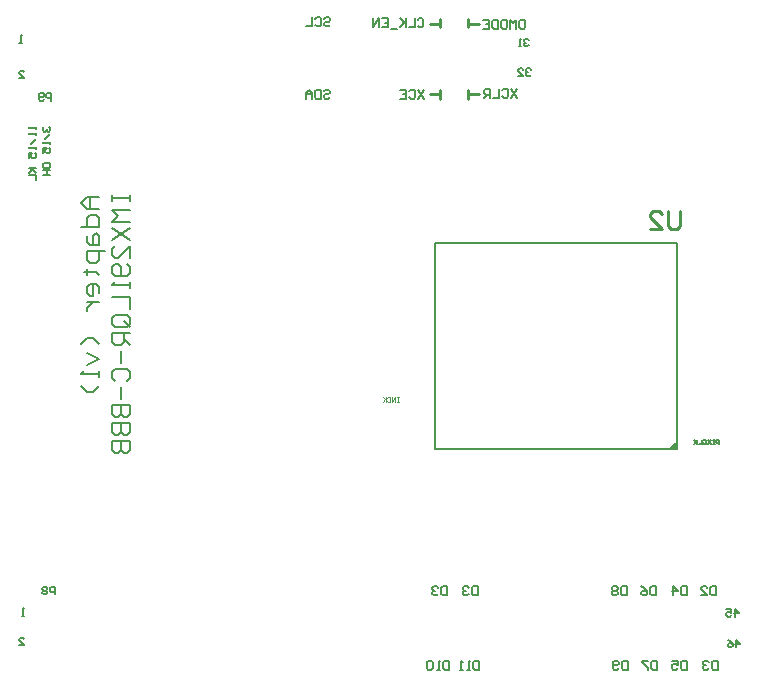
<source format=gbo>
G04 Layer_Color=32896*
%FSLAX25Y25*%
%MOIN*%
G70*
G01*
G75*
%ADD21C,0.01000*%
%ADD23C,0.00500*%
%ADD82C,0.00787*%
%ADD84C,0.00800*%
%ADD103C,0.00400*%
G36*
X221332Y76551D02*
X219243D01*
X221332Y78641D01*
Y76551D01*
D02*
G37*
D21*
X138763Y194637D02*
X142306D01*
Y193062D02*
Y195818D01*
X151695Y194637D02*
X155238D01*
X151695Y193062D02*
Y195818D01*
Y216776D02*
Y219532D01*
Y217957D02*
X155238D01*
X138763D02*
X142306D01*
Y216776D02*
Y219532D01*
X222385Y155695D02*
Y150697D01*
X221386Y149697D01*
X219386D01*
X218387Y150697D01*
Y155695D01*
X212388Y149697D02*
X216387D01*
X212388Y153696D01*
Y154695D01*
X213388Y155695D01*
X215387D01*
X216387Y154695D01*
D23*
X103506Y195408D02*
X104005Y195908D01*
X105005D01*
X105505Y195408D01*
Y194908D01*
X105005Y194408D01*
X104005D01*
X103506Y193908D01*
Y193409D01*
X104005Y192909D01*
X105005D01*
X105505Y193409D01*
X102506Y195908D02*
Y192909D01*
X101006D01*
X100506Y193409D01*
Y195408D01*
X101006Y195908D01*
X102506D01*
X99507Y192909D02*
Y194908D01*
X98507Y195908D01*
X97507Y194908D01*
Y192909D01*
Y194408D01*
X99507D01*
X137020Y193053D02*
X135020Y196052D01*
Y193053D02*
X137020Y196052D01*
X132021Y193553D02*
X132521Y193053D01*
X133521D01*
X134021Y193553D01*
Y195552D01*
X133521Y196052D01*
X132521D01*
X132021Y195552D01*
X129022Y193053D02*
X131022D01*
Y196052D01*
X129022D01*
X131022Y194552D02*
X130022D01*
X168038Y196239D02*
X166039Y193239D01*
Y196239D02*
X168038Y193239D01*
X163040Y195739D02*
X163540Y196239D01*
X164540D01*
X165040Y195739D01*
Y193739D01*
X164540Y193239D01*
X163540D01*
X163040Y193739D01*
X162040Y196239D02*
Y193239D01*
X160041D01*
X159041D02*
Y196239D01*
X157542D01*
X157042Y195739D01*
Y194739D01*
X157542Y194239D01*
X159041D01*
X158042D02*
X157042Y193239D01*
X234372Y30405D02*
Y27406D01*
X232872D01*
X232372Y27905D01*
Y29905D01*
X232872Y30405D01*
X234372D01*
X229373Y27406D02*
X231373D01*
X229373Y29405D01*
Y29905D01*
X229873Y30405D01*
X230873D01*
X231373Y29905D01*
X224529Y30405D02*
Y27406D01*
X223030D01*
X222530Y27905D01*
Y29905D01*
X223030Y30405D01*
X224529D01*
X220031Y27406D02*
Y30405D01*
X221530Y28905D01*
X219531D01*
X214293Y30405D02*
Y27406D01*
X212793D01*
X212294Y27905D01*
Y29905D01*
X212793Y30405D01*
X214293D01*
X209295D02*
X210294Y29905D01*
X211294Y28905D01*
Y27905D01*
X210794Y27406D01*
X209794D01*
X209295Y27905D01*
Y28405D01*
X209794Y28905D01*
X211294D01*
X204450Y30405D02*
Y27406D01*
X202951D01*
X202451Y27905D01*
Y29905D01*
X202951Y30405D01*
X204450D01*
X201451Y29905D02*
X200952Y30405D01*
X199952D01*
X199452Y29905D01*
Y29405D01*
X199952Y28905D01*
X199452Y28405D01*
Y27905D01*
X199952Y27406D01*
X200952D01*
X201451Y27905D01*
Y28405D01*
X200952Y28905D01*
X201451Y29405D01*
Y29905D01*
X200952Y28905D02*
X199952D01*
X234766Y5602D02*
Y2602D01*
X233266D01*
X232766Y3102D01*
Y5102D01*
X233266Y5602D01*
X234766D01*
X231766Y5102D02*
X231267Y5602D01*
X230267D01*
X229767Y5102D01*
Y4602D01*
X230267Y4102D01*
X230767D01*
X230267D01*
X229767Y3602D01*
Y3102D01*
X230267Y2602D01*
X231267D01*
X231766Y3102D01*
X154844Y30405D02*
Y27406D01*
X153345D01*
X152845Y27905D01*
Y29905D01*
X153345Y30405D01*
X154844D01*
X151845Y29905D02*
X151345Y30405D01*
X150346D01*
X149846Y29905D01*
Y29405D01*
X150346Y28905D01*
X150846D01*
X150346D01*
X149846Y28405D01*
Y27905D01*
X150346Y27406D01*
X151345D01*
X151845Y27905D01*
X144608Y30405D02*
Y27406D01*
X143108D01*
X142609Y27905D01*
Y29905D01*
X143108Y30405D01*
X144608D01*
X141609Y29905D02*
X141109Y30405D01*
X140109D01*
X139610Y29905D01*
Y29405D01*
X140109Y28905D01*
X140609D01*
X140109D01*
X139610Y28405D01*
Y27905D01*
X140109Y27406D01*
X141109D01*
X141609Y27905D01*
X155238Y5602D02*
Y2602D01*
X153738D01*
X153239Y3102D01*
Y5102D01*
X153738Y5602D01*
X155238D01*
X152239Y2602D02*
X151239D01*
X151739D01*
Y5602D01*
X152239Y5102D01*
X149740Y2602D02*
X148740D01*
X149240D01*
Y5602D01*
X149740Y5102D01*
X145395Y5602D02*
Y2602D01*
X143896D01*
X143396Y3102D01*
Y5102D01*
X143896Y5602D01*
X145395D01*
X142396Y2602D02*
X141397D01*
X141896D01*
Y5602D01*
X142396Y5102D01*
X139897D02*
X139397Y5602D01*
X138398D01*
X137898Y5102D01*
Y3102D01*
X138398Y2602D01*
X139397D01*
X139897Y3102D01*
Y5102D01*
X235236Y77835D02*
Y79334D01*
X234487D01*
X234237Y79084D01*
Y78584D01*
X234487Y78334D01*
X235236D01*
X233737Y79334D02*
X233237D01*
X233487D01*
Y77835D01*
X233737D01*
X233237D01*
X232487Y79334D02*
X231487Y77835D01*
Y79334D02*
X232487Y77835D01*
X229988Y79084D02*
X230238Y79334D01*
X230738D01*
X230988Y79084D01*
Y78085D01*
X230738Y77835D01*
X230238D01*
X229988Y78085D01*
X229488Y79334D02*
Y77835D01*
X228488D01*
X227989Y79334D02*
Y77835D01*
Y78334D01*
X226989Y79334D01*
X227739Y78584D01*
X226989Y77835D01*
X103632Y219669D02*
X104132Y220168D01*
X105132D01*
X105632Y219669D01*
Y219169D01*
X105132Y218669D01*
X104132D01*
X103632Y218169D01*
Y217669D01*
X104132Y217169D01*
X105132D01*
X105632Y217669D01*
X100633Y219669D02*
X101133Y220168D01*
X102133D01*
X102633Y219669D01*
Y217669D01*
X102133Y217169D01*
X101133D01*
X100633Y217669D01*
X99634Y220168D02*
Y217169D01*
X97634D01*
X134735Y219275D02*
X135234Y219775D01*
X136234D01*
X136734Y219275D01*
Y217276D01*
X136234Y216776D01*
X135234D01*
X134735Y217276D01*
X133735Y219775D02*
Y216776D01*
X131736D01*
X130736Y219775D02*
Y216776D01*
Y217775D01*
X128737Y219775D01*
X130236Y218275D01*
X128737Y216776D01*
X127737Y216276D02*
X125738D01*
X122739Y219775D02*
X124738D01*
Y216776D01*
X122739D01*
X124738Y218275D02*
X123738D01*
X121739Y216776D02*
Y219775D01*
X119739Y216776D01*
Y219775D01*
X169093Y219381D02*
X170092D01*
X170592Y218881D01*
Y216882D01*
X170092Y216382D01*
X169093D01*
X168593Y216882D01*
Y218881D01*
X169093Y219381D01*
X167593Y216382D02*
Y219381D01*
X166594Y218381D01*
X165594Y219381D01*
Y216382D01*
X163095Y219381D02*
X164094D01*
X164594Y218881D01*
Y216882D01*
X164094Y216382D01*
X163095D01*
X162595Y216882D01*
Y218881D01*
X163095Y219381D01*
X161595D02*
Y216382D01*
X160096D01*
X159596Y216882D01*
Y218881D01*
X160096Y219381D01*
X161595D01*
X156597D02*
X158596D01*
Y216382D01*
X156597D01*
X158596Y217882D02*
X157597D01*
X224529Y5602D02*
Y2602D01*
X223030D01*
X222530Y3102D01*
Y5102D01*
X223030Y5602D01*
X224529D01*
X219531D02*
X221530D01*
Y4102D01*
X220531Y4602D01*
X220031D01*
X219531Y4102D01*
Y3102D01*
X220031Y2602D01*
X221030D01*
X221530Y3102D01*
X214687Y5602D02*
Y2602D01*
X213187D01*
X212687Y3102D01*
Y5102D01*
X213187Y5602D01*
X214687D01*
X211688D02*
X209688D01*
Y5102D01*
X211688Y3102D01*
Y2602D01*
X204844Y5602D02*
Y2602D01*
X203345D01*
X202845Y3102D01*
Y5102D01*
X203345Y5602D01*
X204844D01*
X201845Y3102D02*
X201345Y2602D01*
X200346D01*
X199846Y3102D01*
Y5102D01*
X200346Y5602D01*
X201345D01*
X201845Y5102D01*
Y4602D01*
X201345Y4102D01*
X199846D01*
D82*
X221087Y76151D02*
Y144951D01*
X218820Y76244D02*
X220910Y78334D01*
X140487Y144951D02*
X221087D01*
X140487Y76151D02*
X221087D01*
X140487D02*
Y144951D01*
D84*
X13899Y27799D02*
Y30299D01*
X12650D01*
X12233Y29882D01*
Y29049D01*
X12650Y28632D01*
X13899D01*
X11400Y29882D02*
X10984Y30299D01*
X10150D01*
X9734Y29882D01*
Y29465D01*
X10150Y29049D01*
X9734Y28632D01*
Y28216D01*
X10150Y27799D01*
X10984D01*
X11400Y28216D01*
Y28632D01*
X10984Y29049D01*
X11400Y29465D01*
Y29882D01*
X10984Y29049D02*
X10150D01*
X12718Y192366D02*
Y194866D01*
X11469D01*
X11052Y194449D01*
Y193616D01*
X11469Y193199D01*
X12718D01*
X10219Y192783D02*
X9803Y192366D01*
X8969D01*
X8553Y192783D01*
Y194449D01*
X8969Y194866D01*
X9803D01*
X10219Y194449D01*
Y194032D01*
X9803Y193616D01*
X8553D01*
X3728Y20713D02*
X2895D01*
X3312D01*
Y23212D01*
X3728Y22795D01*
X7600Y183705D02*
Y182872D01*
Y183288D01*
X5101D01*
X5517Y183705D01*
X7600Y181622D02*
Y180789D01*
Y181206D01*
X5101D01*
X5517Y181622D01*
X7600Y179540D02*
X5934Y177873D01*
X7600Y177040D02*
Y176207D01*
Y176624D01*
X5101D01*
X5517Y177040D01*
X5101Y173292D02*
Y174958D01*
X6351D01*
X5934Y174125D01*
Y173708D01*
X6351Y173292D01*
X7184D01*
X7600Y173708D01*
Y174541D01*
X7184Y174958D01*
X5101Y169959D02*
X7600D01*
X6767D01*
X5101Y168293D01*
X6351Y169543D01*
X7600Y168293D01*
X5101Y167460D02*
X7600D01*
Y165794D01*
X1997Y10903D02*
X3663Y10870D01*
X2030Y12569D01*
X2039Y12986D01*
X2463Y13394D01*
X3296Y13377D01*
X3704Y12953D01*
X10242Y183705D02*
X9825Y183288D01*
Y182455D01*
X10242Y182039D01*
X10658D01*
X11075Y182455D01*
Y182872D01*
Y182455D01*
X11491Y182039D01*
X11908D01*
X12325Y182455D01*
Y183288D01*
X11908Y183705D01*
X12325Y181206D02*
X10658Y179540D01*
X12325Y178707D02*
Y177873D01*
Y178290D01*
X9825D01*
X10242Y178707D01*
X9825Y174958D02*
Y176624D01*
X11075D01*
X10658Y175791D01*
Y175374D01*
X11075Y174958D01*
X11908D01*
X12325Y175374D01*
Y176207D01*
X11908Y176624D01*
X9825Y170376D02*
Y171209D01*
X10242Y171625D01*
X11908D01*
X12325Y171209D01*
Y170376D01*
X11908Y169959D01*
X10242D01*
X9825Y170376D01*
Y169126D02*
X12325D01*
X11075D01*
Y167460D01*
X9825D01*
X12325D01*
X28425Y160276D02*
X24427D01*
X22427Y158276D01*
X24427Y156277D01*
X28425D01*
X25426D01*
Y160276D01*
X22427Y150279D02*
X28425D01*
Y153278D01*
X27426Y154278D01*
X25426D01*
X24427Y153278D01*
Y150279D01*
Y147280D02*
Y145280D01*
X25426Y144281D01*
X28425D01*
Y147280D01*
X27426Y148280D01*
X26426Y147280D01*
Y144281D01*
X30424Y142281D02*
X24427D01*
Y139282D01*
X25426Y138283D01*
X27426D01*
X28425Y139282D01*
Y142281D01*
X23427Y135284D02*
X24427D01*
Y136283D01*
Y134284D01*
Y135284D01*
X27426D01*
X28425Y134284D01*
Y128286D02*
Y130285D01*
X27426Y131285D01*
X25426D01*
X24427Y130285D01*
Y128286D01*
X25426Y127286D01*
X26426D01*
Y131285D01*
X24427Y125287D02*
X28425D01*
X26426D01*
X25426Y124287D01*
X24427Y123288D01*
Y122288D01*
X28425Y111291D02*
X26426Y113291D01*
X24427D01*
X22427Y111291D01*
X24427Y108292D02*
X28425Y106293D01*
X24427Y104294D01*
X28425Y102294D02*
Y100295D01*
Y101295D01*
X22427D01*
X23427Y102294D01*
X28425Y97296D02*
X26426Y95297D01*
X24427D01*
X22427Y97296D01*
X32828Y160914D02*
Y158914D01*
Y159914D01*
X38826D01*
Y160914D01*
Y158914D01*
Y155915D02*
X32828D01*
X34827Y153916D01*
X32828Y151917D01*
X38826D01*
X32828Y149917D02*
X38826Y145918D01*
X32828D02*
X38826Y149917D01*
Y139920D02*
Y143919D01*
X34827Y139920D01*
X33828D01*
X32828Y140920D01*
Y142919D01*
X33828Y143919D01*
X37826Y137921D02*
X38826Y136921D01*
Y134922D01*
X37826Y133922D01*
X33828D01*
X32828Y134922D01*
Y136921D01*
X33828Y137921D01*
X34827D01*
X35827Y136921D01*
Y133922D01*
X38826Y131923D02*
Y129924D01*
Y130923D01*
X32828D01*
X33828Y131923D01*
X32828Y126925D02*
X38826D01*
Y122926D01*
X37826Y116928D02*
X33828D01*
X32828Y117928D01*
Y119927D01*
X33828Y120926D01*
X37826D01*
X38826Y119927D01*
Y117928D01*
X36827Y118927D02*
X38826Y116928D01*
Y117928D02*
X37826Y116928D01*
X38826Y114928D02*
X32828D01*
Y111929D01*
X33828Y110930D01*
X35827D01*
X36827Y111929D01*
Y114928D01*
Y112929D02*
X38826Y110930D01*
X35827Y108930D02*
Y104932D01*
X33828Y98934D02*
X32828Y99933D01*
Y101933D01*
X33828Y102932D01*
X37826D01*
X38826Y101933D01*
Y99933D01*
X37826Y98934D01*
X35827Y96934D02*
Y92936D01*
X32828Y90936D02*
X38826D01*
Y87937D01*
X37826Y86937D01*
X36827D01*
X35827Y87937D01*
Y90936D01*
Y87937D01*
X34827Y86937D01*
X33828D01*
X32828Y87937D01*
Y90936D01*
Y84938D02*
X38826D01*
Y81939D01*
X37826Y80939D01*
X36827D01*
X35827Y81939D01*
Y84938D01*
Y81939D01*
X34827Y80939D01*
X33828D01*
X32828Y81939D01*
Y84938D01*
Y78940D02*
X38826D01*
Y75941D01*
X37826Y74941D01*
X36827D01*
X35827Y75941D01*
Y78940D01*
Y75941D01*
X34827Y74941D01*
X33828D01*
X32828Y75941D01*
Y78940D01*
X240996Y10108D02*
X241046Y12606D01*
X242270Y11332D01*
X240605Y11365D01*
X238131Y12664D02*
X238955Y12231D01*
X239772Y11382D01*
X239755Y10549D01*
X239331Y10141D01*
X238498Y10157D01*
X238089Y10582D01*
X238098Y10998D01*
X238523Y11406D01*
X239772Y11382D01*
X240602Y20319D02*
Y22818D01*
X241852Y21569D01*
X240186D01*
X237687Y22818D02*
X239353D01*
Y21569D01*
X238520Y21985D01*
X238103D01*
X237687Y21569D01*
Y20736D01*
X238103Y20319D01*
X238936D01*
X239353Y20736D01*
X172561Y202717D02*
X172144Y203133D01*
X171311D01*
X170895Y202717D01*
Y202300D01*
X171311Y201884D01*
X171728D01*
X171311D01*
X170895Y201467D01*
Y201050D01*
X171311Y200634D01*
X172144D01*
X172561Y201050D01*
X168395Y200634D02*
X170062D01*
X168395Y202300D01*
Y202717D01*
X168812Y203133D01*
X169645D01*
X170062Y202717D01*
X171773Y212559D02*
X171357Y212976D01*
X170524D01*
X170107Y212559D01*
Y212143D01*
X170524Y211726D01*
X170940D01*
X170524D01*
X170107Y211310D01*
Y210893D01*
X170524Y210476D01*
X171357D01*
X171773Y210893D01*
X169274Y210476D02*
X168441D01*
X168858D01*
Y212976D01*
X169274Y212559D01*
X2876Y211658D02*
X2043D01*
X2459D01*
Y214157D01*
X2876Y213740D01*
X1997Y199847D02*
X3663D01*
X1997Y201513D01*
Y201929D01*
X2413Y202346D01*
X3247D01*
X3663Y201929D01*
D103*
X128425Y93507D02*
X127925D01*
X128175D01*
Y92008D01*
X128425D01*
X127925D01*
X127176D02*
Y93507D01*
X126176Y92008D01*
Y93507D01*
X124676Y93257D02*
X124926Y93507D01*
X125426D01*
X125676Y93257D01*
Y92258D01*
X125426Y92008D01*
X124926D01*
X124676Y92258D01*
X124177Y93507D02*
Y92008D01*
Y92508D01*
X123177Y93507D01*
X123927Y92758D01*
X123177Y92008D01*
M02*

</source>
